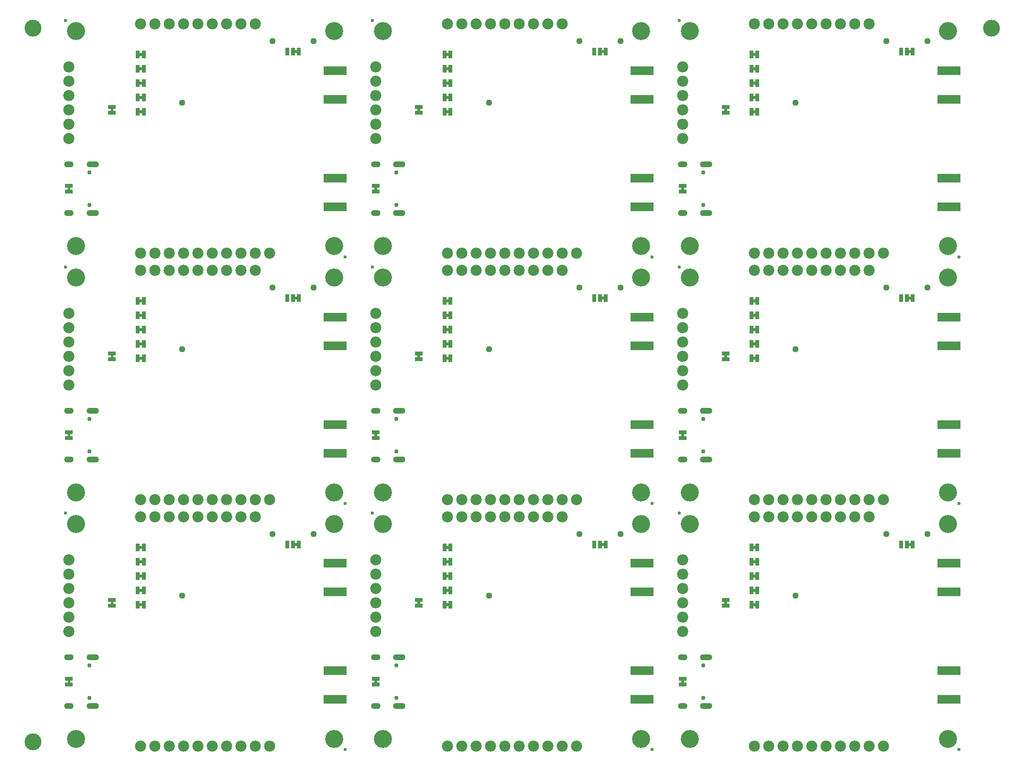
<source format=gbs>
%TF.GenerationSoftware,KiCad,Pcbnew,8.0.7*%
%TF.CreationDate,2025-04-01T11:43:10-06:00*%
%TF.ProjectId,SparkFun_GNSS_LG580P_panelized,53706172-6b46-4756-9e5f-474e53535f4c,rev?*%
%TF.SameCoordinates,Original*%
%TF.FileFunction,Soldermask,Bot*%
%TF.FilePolarity,Negative*%
%FSLAX46Y46*%
G04 Gerber Fmt 4.6, Leading zero omitted, Abs format (unit mm)*
G04 Created by KiCad (PCBNEW 8.0.7) date 2025-04-01 11:43:10*
%MOMM*%
%LPD*%
G01*
G04 APERTURE LIST*
G04 Aperture macros list*
%AMRoundRect*
0 Rectangle with rounded corners*
0 $1 Rounding radius*
0 $2 $3 $4 $5 $6 $7 $8 $9 X,Y pos of 4 corners*
0 Add a 4 corners polygon primitive as box body*
4,1,4,$2,$3,$4,$5,$6,$7,$8,$9,$2,$3,0*
0 Add four circle primitives for the rounded corners*
1,1,$1+$1,$2,$3*
1,1,$1+$1,$4,$5*
1,1,$1+$1,$6,$7*
1,1,$1+$1,$8,$9*
0 Add four rect primitives between the rounded corners*
20,1,$1+$1,$2,$3,$4,$5,0*
20,1,$1+$1,$4,$5,$6,$7,0*
20,1,$1+$1,$6,$7,$8,$9,0*
20,1,$1+$1,$8,$9,$2,$3,0*%
G04 Aperture macros list end*
%ADD10C,0.000000*%
%ADD11C,3.000000*%
%ADD12RoundRect,0.050000X-0.330200X-0.635000X0.330200X-0.635000X0.330200X0.635000X-0.330200X0.635000X0*%
%ADD13RoundRect,0.558000X0.000010X0.000010X-0.000010X0.000010X-0.000010X-0.000010X0.000010X-0.000010X0*%
%ADD14C,0.600000*%
%ADD15RoundRect,0.050000X0.635000X-0.330200X0.635000X0.330200X-0.635000X0.330200X-0.635000X-0.330200X0*%
%ADD16RoundRect,0.558000X0.000010X-0.000010X0.000010X0.000010X-0.000010X0.000010X-0.000010X-0.000010X0*%
%ADD17RoundRect,0.050000X-0.635000X0.330200X-0.635000X-0.330200X0.635000X-0.330200X0.635000X0.330200X0*%
%ADD18RoundRect,0.050000X0.330200X0.635000X-0.330200X0.635000X-0.330200X-0.635000X0.330200X-0.635000X0*%
%ADD19C,3.200000*%
%ADD20RoundRect,0.050000X-2.000000X0.750000X-2.000000X-0.750000X2.000000X-0.750000X2.000000X0.750000X0*%
%ADD21C,1.979600*%
%ADD22C,0.750000*%
%ADD23O,1.700000X1.100000*%
%ADD24O,2.200000X1.100000*%
G04 APERTURE END LIST*
D10*
%TO.C,JP5*%
G36*
X122920000Y116012000D02*
G01*
X122412000Y116012000D01*
X122412000Y116493000D01*
X122920000Y116493000D01*
X122920000Y116012000D01*
G37*
G36*
X122920000Y72332000D02*
G01*
X122412000Y72332000D01*
X122412000Y72813000D01*
X122920000Y72813000D01*
X122920000Y72332000D01*
G37*
G36*
X122920000Y28652000D02*
G01*
X122412000Y28652000D01*
X122412000Y29133000D01*
X122920000Y29133000D01*
X122920000Y28652000D01*
G37*
G36*
X68572000Y116012000D02*
G01*
X68064000Y116012000D01*
X68064000Y116493000D01*
X68572000Y116493000D01*
X68572000Y116012000D01*
G37*
G36*
X68572000Y72332000D02*
G01*
X68064000Y72332000D01*
X68064000Y72813000D01*
X68572000Y72813000D01*
X68572000Y72332000D01*
G37*
G36*
X68572000Y28652000D02*
G01*
X68064000Y28652000D01*
X68064000Y29133000D01*
X68572000Y29133000D01*
X68572000Y28652000D01*
G37*
G36*
X14224000Y116012000D02*
G01*
X13716000Y116012000D01*
X13716000Y116493000D01*
X14224000Y116493000D01*
X14224000Y116012000D01*
G37*
G36*
X14224000Y72332000D02*
G01*
X13716000Y72332000D01*
X13716000Y72813000D01*
X14224000Y72813000D01*
X14224000Y72332000D01*
G37*
%TO.C,JP6*%
G36*
X122920000Y113472000D02*
G01*
X122412000Y113472000D01*
X122412000Y113953000D01*
X122920000Y113953000D01*
X122920000Y113472000D01*
G37*
G36*
X122920000Y69792000D02*
G01*
X122412000Y69792000D01*
X122412000Y70273000D01*
X122920000Y70273000D01*
X122920000Y69792000D01*
G37*
G36*
X122920000Y26112000D02*
G01*
X122412000Y26112000D01*
X122412000Y26593000D01*
X122920000Y26593000D01*
X122920000Y26112000D01*
G37*
G36*
X68572000Y113472000D02*
G01*
X68064000Y113472000D01*
X68064000Y113953000D01*
X68572000Y113953000D01*
X68572000Y113472000D01*
G37*
G36*
X68572000Y69792000D02*
G01*
X68064000Y69792000D01*
X68064000Y70273000D01*
X68572000Y70273000D01*
X68572000Y69792000D01*
G37*
G36*
X68572000Y26112000D02*
G01*
X68064000Y26112000D01*
X68064000Y26593000D01*
X68572000Y26593000D01*
X68572000Y26112000D01*
G37*
G36*
X14224000Y113472000D02*
G01*
X13716000Y113472000D01*
X13716000Y113953000D01*
X14224000Y113953000D01*
X14224000Y113472000D01*
G37*
G36*
X14224000Y69792000D02*
G01*
X13716000Y69792000D01*
X13716000Y70273000D01*
X14224000Y70273000D01*
X14224000Y69792000D01*
G37*
%TO.C,JP2*%
G36*
X122920000Y123632000D02*
G01*
X122412000Y123632000D01*
X122412000Y124113000D01*
X122920000Y124113000D01*
X122920000Y123632000D01*
G37*
G36*
X122920000Y79952000D02*
G01*
X122412000Y79952000D01*
X122412000Y80433000D01*
X122920000Y80433000D01*
X122920000Y79952000D01*
G37*
G36*
X122920000Y36272000D02*
G01*
X122412000Y36272000D01*
X122412000Y36753000D01*
X122920000Y36753000D01*
X122920000Y36272000D01*
G37*
G36*
X68572000Y123632000D02*
G01*
X68064000Y123632000D01*
X68064000Y124113000D01*
X68572000Y124113000D01*
X68572000Y123632000D01*
G37*
G36*
X68572000Y79952000D02*
G01*
X68064000Y79952000D01*
X68064000Y80433000D01*
X68572000Y80433000D01*
X68572000Y79952000D01*
G37*
G36*
X68572000Y36272000D02*
G01*
X68064000Y36272000D01*
X68064000Y36753000D01*
X68572000Y36753000D01*
X68572000Y36272000D01*
G37*
G36*
X14224000Y123632000D02*
G01*
X13716000Y123632000D01*
X13716000Y124113000D01*
X14224000Y124113000D01*
X14224000Y123632000D01*
G37*
G36*
X14224000Y79952000D02*
G01*
X13716000Y79952000D01*
X13716000Y80433000D01*
X14224000Y80433000D01*
X14224000Y79952000D01*
G37*
%TO.C,JP1*%
G36*
X117826500Y113776000D02*
G01*
X117345500Y113776000D01*
X117345500Y114284000D01*
X117826500Y114284000D01*
X117826500Y113776000D01*
G37*
G36*
X117826500Y70096000D02*
G01*
X117345500Y70096000D01*
X117345500Y70604000D01*
X117826500Y70604000D01*
X117826500Y70096000D01*
G37*
G36*
X117826500Y26416000D02*
G01*
X117345500Y26416000D01*
X117345500Y26924000D01*
X117826500Y26924000D01*
X117826500Y26416000D01*
G37*
G36*
X63478500Y113776000D02*
G01*
X62997500Y113776000D01*
X62997500Y114284000D01*
X63478500Y114284000D01*
X63478500Y113776000D01*
G37*
G36*
X63478500Y70096000D02*
G01*
X62997500Y70096000D01*
X62997500Y70604000D01*
X63478500Y70604000D01*
X63478500Y70096000D01*
G37*
G36*
X63478500Y26416000D02*
G01*
X62997500Y26416000D01*
X62997500Y26924000D01*
X63478500Y26924000D01*
X63478500Y26416000D01*
G37*
G36*
X9130500Y113776000D02*
G01*
X8649500Y113776000D01*
X8649500Y114284000D01*
X9130500Y114284000D01*
X9130500Y113776000D01*
G37*
G36*
X9130500Y70096000D02*
G01*
X8649500Y70096000D01*
X8649500Y70604000D01*
X9130500Y70604000D01*
X9130500Y70096000D01*
G37*
%TO.C,JP8*%
G36*
X122920000Y118552000D02*
G01*
X122412000Y118552000D01*
X122412000Y119033000D01*
X122920000Y119033000D01*
X122920000Y118552000D01*
G37*
G36*
X122920000Y74872000D02*
G01*
X122412000Y74872000D01*
X122412000Y75353000D01*
X122920000Y75353000D01*
X122920000Y74872000D01*
G37*
G36*
X122920000Y31192000D02*
G01*
X122412000Y31192000D01*
X122412000Y31673000D01*
X122920000Y31673000D01*
X122920000Y31192000D01*
G37*
G36*
X68572000Y118552000D02*
G01*
X68064000Y118552000D01*
X68064000Y119033000D01*
X68572000Y119033000D01*
X68572000Y118552000D01*
G37*
G36*
X68572000Y74872000D02*
G01*
X68064000Y74872000D01*
X68064000Y75353000D01*
X68572000Y75353000D01*
X68572000Y74872000D01*
G37*
G36*
X68572000Y31192000D02*
G01*
X68064000Y31192000D01*
X68064000Y31673000D01*
X68572000Y31673000D01*
X68572000Y31192000D01*
G37*
G36*
X14224000Y118552000D02*
G01*
X13716000Y118552000D01*
X13716000Y119033000D01*
X14224000Y119033000D01*
X14224000Y118552000D01*
G37*
G36*
X14224000Y74872000D02*
G01*
X13716000Y74872000D01*
X13716000Y75353000D01*
X14224000Y75353000D01*
X14224000Y74872000D01*
G37*
%TO.C,JP7*%
G36*
X110202750Y99806000D02*
G01*
X109721750Y99806000D01*
X109721750Y100314000D01*
X110202750Y100314000D01*
X110202750Y99806000D01*
G37*
G36*
X110202750Y56126000D02*
G01*
X109721750Y56126000D01*
X109721750Y56634000D01*
X110202750Y56634000D01*
X110202750Y56126000D01*
G37*
G36*
X110202750Y12446000D02*
G01*
X109721750Y12446000D01*
X109721750Y12954000D01*
X110202750Y12954000D01*
X110202750Y12446000D01*
G37*
G36*
X55854750Y99806000D02*
G01*
X55373750Y99806000D01*
X55373750Y100314000D01*
X55854750Y100314000D01*
X55854750Y99806000D01*
G37*
G36*
X55854750Y56126000D02*
G01*
X55373750Y56126000D01*
X55373750Y56634000D01*
X55854750Y56634000D01*
X55854750Y56126000D01*
G37*
G36*
X55854750Y12446000D02*
G01*
X55373750Y12446000D01*
X55373750Y12954000D01*
X55854750Y12954000D01*
X55854750Y12446000D01*
G37*
G36*
X1506750Y99806000D02*
G01*
X1025750Y99806000D01*
X1025750Y100314000D01*
X1506750Y100314000D01*
X1506750Y99806000D01*
G37*
G36*
X1506750Y56126000D02*
G01*
X1025750Y56126000D01*
X1025750Y56634000D01*
X1506750Y56634000D01*
X1506750Y56126000D01*
G37*
%TO.C,JP3*%
G36*
X122920000Y121092000D02*
G01*
X122412000Y121092000D01*
X122412000Y121573000D01*
X122920000Y121573000D01*
X122920000Y121092000D01*
G37*
G36*
X122920000Y77412000D02*
G01*
X122412000Y77412000D01*
X122412000Y77893000D01*
X122920000Y77893000D01*
X122920000Y77412000D01*
G37*
G36*
X122920000Y33732000D02*
G01*
X122412000Y33732000D01*
X122412000Y34213000D01*
X122920000Y34213000D01*
X122920000Y33732000D01*
G37*
G36*
X68572000Y121092000D02*
G01*
X68064000Y121092000D01*
X68064000Y121573000D01*
X68572000Y121573000D01*
X68572000Y121092000D01*
G37*
G36*
X68572000Y77412000D02*
G01*
X68064000Y77412000D01*
X68064000Y77893000D01*
X68572000Y77893000D01*
X68572000Y77412000D01*
G37*
G36*
X68572000Y33732000D02*
G01*
X68064000Y33732000D01*
X68064000Y34213000D01*
X68572000Y34213000D01*
X68572000Y33732000D01*
G37*
G36*
X14224000Y121092000D02*
G01*
X13716000Y121092000D01*
X13716000Y121573000D01*
X14224000Y121573000D01*
X14224000Y121092000D01*
G37*
G36*
X14224000Y77412000D02*
G01*
X13716000Y77412000D01*
X13716000Y77893000D01*
X14224000Y77893000D01*
X14224000Y77412000D01*
G37*
%TO.C,JP4*%
G36*
X150428200Y124108250D02*
G01*
X149920200Y124108250D01*
X149920200Y124589250D01*
X150428200Y124589250D01*
X150428200Y124108250D01*
G37*
G36*
X150428200Y80428250D02*
G01*
X149920200Y80428250D01*
X149920200Y80909250D01*
X150428200Y80909250D01*
X150428200Y80428250D01*
G37*
G36*
X150428200Y36748250D02*
G01*
X149920200Y36748250D01*
X149920200Y37229250D01*
X150428200Y37229250D01*
X150428200Y36748250D01*
G37*
G36*
X96080200Y124108250D02*
G01*
X95572200Y124108250D01*
X95572200Y124589250D01*
X96080200Y124589250D01*
X96080200Y124108250D01*
G37*
G36*
X96080200Y80428250D02*
G01*
X95572200Y80428250D01*
X95572200Y80909250D01*
X96080200Y80909250D01*
X96080200Y80428250D01*
G37*
G36*
X96080200Y36748250D02*
G01*
X95572200Y36748250D01*
X95572200Y37229250D01*
X96080200Y37229250D01*
X96080200Y36748250D01*
G37*
G36*
X41732200Y124108250D02*
G01*
X41224200Y124108250D01*
X41224200Y124589250D01*
X41732200Y124589250D01*
X41732200Y124108250D01*
G37*
G36*
X41732200Y80428250D02*
G01*
X41224200Y80428250D01*
X41224200Y80909250D01*
X41732200Y80909250D01*
X41732200Y80428250D01*
G37*
G36*
X41732200Y36748250D02*
G01*
X41224200Y36748250D01*
X41224200Y37229250D01*
X41732200Y37229250D01*
X41732200Y36748250D01*
G37*
%TO.C,JP3*%
G36*
X14224000Y33732000D02*
G01*
X13716000Y33732000D01*
X13716000Y34213000D01*
X14224000Y34213000D01*
X14224000Y33732000D01*
G37*
%TO.C,JP7*%
G36*
X1506750Y12446000D02*
G01*
X1025750Y12446000D01*
X1025750Y12954000D01*
X1506750Y12954000D01*
X1506750Y12446000D01*
G37*
%TO.C,JP8*%
G36*
X14224000Y31192000D02*
G01*
X13716000Y31192000D01*
X13716000Y31673000D01*
X14224000Y31673000D01*
X14224000Y31192000D01*
G37*
%TO.C,JP1*%
G36*
X9130500Y26416000D02*
G01*
X8649500Y26416000D01*
X8649500Y26924000D01*
X9130500Y26924000D01*
X9130500Y26416000D01*
G37*
%TO.C,JP2*%
G36*
X14224000Y36272000D02*
G01*
X13716000Y36272000D01*
X13716000Y36753000D01*
X14224000Y36753000D01*
X14224000Y36272000D01*
G37*
%TO.C,JP6*%
G36*
X14224000Y26112000D02*
G01*
X13716000Y26112000D01*
X13716000Y26593000D01*
X14224000Y26593000D01*
X14224000Y26112000D01*
G37*
%TO.C,JP5*%
G36*
X14224000Y28652000D02*
G01*
X13716000Y28652000D01*
X13716000Y29133000D01*
X14224000Y29133000D01*
X14224000Y28652000D01*
G37*
%TD*%
D11*
%TO.C,*%
X164631500Y128540000D03*
%TD*%
%TO.C,*%
X-5135500Y128540000D03*
%TD*%
%TO.C,*%
X-5135500Y2000000D03*
%TD*%
D12*
%TO.C,JP5*%
X122145300Y116252500D03*
X123186700Y116252500D03*
%TD*%
%TO.C,JP5*%
X122145300Y72572500D03*
X123186700Y72572500D03*
%TD*%
%TO.C,JP5*%
X122145300Y28892500D03*
X123186700Y28892500D03*
%TD*%
%TO.C,JP5*%
X67797300Y116252500D03*
X68838700Y116252500D03*
%TD*%
%TO.C,JP5*%
X67797300Y72572500D03*
X68838700Y72572500D03*
%TD*%
%TO.C,JP5*%
X67797300Y28892500D03*
X68838700Y28892500D03*
%TD*%
%TO.C,JP5*%
X13449300Y116252500D03*
X14490700Y116252500D03*
%TD*%
%TO.C,JP5*%
X13449300Y72572500D03*
X14490700Y72572500D03*
%TD*%
%TO.C,JP6*%
X122145300Y113712500D03*
X123186700Y113712500D03*
%TD*%
%TO.C,JP6*%
X122145300Y70032500D03*
X123186700Y70032500D03*
%TD*%
%TO.C,JP6*%
X122145300Y26352500D03*
X123186700Y26352500D03*
%TD*%
%TO.C,JP6*%
X67797300Y113712500D03*
X68838700Y113712500D03*
%TD*%
%TO.C,JP6*%
X67797300Y70032500D03*
X68838700Y70032500D03*
%TD*%
%TO.C,JP6*%
X67797300Y26352500D03*
X68838700Y26352500D03*
%TD*%
%TO.C,JP6*%
X13449300Y113712500D03*
X14490700Y113712500D03*
%TD*%
%TO.C,JP6*%
X13449300Y70032500D03*
X14490700Y70032500D03*
%TD*%
D13*
%TO.C,TP1*%
X129968500Y115300000D03*
%TD*%
%TO.C,TP1*%
X129968500Y71620000D03*
%TD*%
%TO.C,TP1*%
X129968500Y27940000D03*
%TD*%
%TO.C,TP1*%
X75620500Y115300000D03*
%TD*%
%TO.C,TP1*%
X75620500Y71620000D03*
%TD*%
%TO.C,TP1*%
X75620500Y27940000D03*
%TD*%
%TO.C,TP1*%
X21272500Y115300000D03*
%TD*%
%TO.C,TP1*%
X21272500Y71620000D03*
%TD*%
D12*
%TO.C,JP2*%
X122145300Y123872500D03*
X123186700Y123872500D03*
%TD*%
%TO.C,JP2*%
X122145300Y80192500D03*
X123186700Y80192500D03*
%TD*%
%TO.C,JP2*%
X122145300Y36512500D03*
X123186700Y36512500D03*
%TD*%
%TO.C,JP2*%
X67797300Y123872500D03*
X68838700Y123872500D03*
%TD*%
%TO.C,JP2*%
X67797300Y80192500D03*
X68838700Y80192500D03*
%TD*%
%TO.C,JP2*%
X67797300Y36512500D03*
X68838700Y36512500D03*
%TD*%
%TO.C,JP2*%
X13449300Y123872500D03*
X14490700Y123872500D03*
%TD*%
%TO.C,JP2*%
X13449300Y80192500D03*
X14490700Y80192500D03*
%TD*%
D13*
%TO.C,TP2*%
X146002250Y126253750D03*
%TD*%
%TO.C,TP2*%
X146002250Y82573750D03*
%TD*%
%TO.C,TP2*%
X146002250Y38893750D03*
%TD*%
%TO.C,TP2*%
X91654250Y126253750D03*
%TD*%
%TO.C,TP2*%
X91654250Y82573750D03*
%TD*%
%TO.C,TP2*%
X91654250Y38893750D03*
%TD*%
%TO.C,TP2*%
X37306250Y126253750D03*
%TD*%
%TO.C,TP2*%
X37306250Y82573750D03*
%TD*%
D14*
%TO.C,FID1*%
X158861000Y87995000D03*
%TD*%
%TO.C,FID1*%
X158861000Y44315000D03*
%TD*%
%TO.C,FID1*%
X158861000Y635000D03*
%TD*%
%TO.C,FID1*%
X104513000Y87995000D03*
%TD*%
%TO.C,FID1*%
X104513000Y44315000D03*
%TD*%
%TO.C,FID1*%
X104513000Y635000D03*
%TD*%
%TO.C,FID1*%
X50165000Y87995000D03*
%TD*%
%TO.C,FID1*%
X50165000Y44315000D03*
%TD*%
%TO.C,FID2*%
X109331000Y129905000D03*
%TD*%
%TO.C,FID2*%
X109331000Y86225000D03*
%TD*%
%TO.C,FID2*%
X109331000Y42545000D03*
%TD*%
%TO.C,FID2*%
X54983000Y129905000D03*
%TD*%
%TO.C,FID2*%
X54983000Y86225000D03*
%TD*%
%TO.C,FID2*%
X54983000Y42545000D03*
%TD*%
%TO.C,FID2*%
X635000Y129905000D03*
%TD*%
%TO.C,FID2*%
X635000Y86225000D03*
%TD*%
D15*
%TO.C,JP1*%
X117586000Y113509300D03*
X117586000Y114550700D03*
%TD*%
%TO.C,JP1*%
X117586000Y69829300D03*
X117586000Y70870700D03*
%TD*%
%TO.C,JP1*%
X117586000Y26149300D03*
X117586000Y27190700D03*
%TD*%
%TO.C,JP1*%
X63238000Y113509300D03*
X63238000Y114550700D03*
%TD*%
%TO.C,JP1*%
X63238000Y69829300D03*
X63238000Y70870700D03*
%TD*%
%TO.C,JP1*%
X63238000Y26149300D03*
X63238000Y27190700D03*
%TD*%
%TO.C,JP1*%
X8890000Y113509300D03*
X8890000Y114550700D03*
%TD*%
%TO.C,JP1*%
X8890000Y69829300D03*
X8890000Y70870700D03*
%TD*%
D16*
%TO.C,TP3*%
X153304750Y126253750D03*
%TD*%
%TO.C,TP3*%
X153304750Y82573750D03*
%TD*%
%TO.C,TP3*%
X153304750Y38893750D03*
%TD*%
%TO.C,TP3*%
X98956750Y126253750D03*
%TD*%
%TO.C,TP3*%
X98956750Y82573750D03*
%TD*%
%TO.C,TP3*%
X98956750Y38893750D03*
%TD*%
%TO.C,TP3*%
X44608750Y126253750D03*
%TD*%
%TO.C,TP3*%
X44608750Y82573750D03*
%TD*%
D12*
%TO.C,JP8*%
X122145300Y118792500D03*
X123186700Y118792500D03*
%TD*%
%TO.C,JP8*%
X122145300Y75112500D03*
X123186700Y75112500D03*
%TD*%
%TO.C,JP8*%
X122145300Y31432500D03*
X123186700Y31432500D03*
%TD*%
%TO.C,JP8*%
X67797300Y118792500D03*
X68838700Y118792500D03*
%TD*%
%TO.C,JP8*%
X67797300Y75112500D03*
X68838700Y75112500D03*
%TD*%
%TO.C,JP8*%
X67797300Y31432500D03*
X68838700Y31432500D03*
%TD*%
%TO.C,JP8*%
X13449300Y118792500D03*
X14490700Y118792500D03*
%TD*%
%TO.C,JP8*%
X13449300Y75112500D03*
X14490700Y75112500D03*
%TD*%
D17*
%TO.C,JP7*%
X109962250Y100580700D03*
X109962250Y99539300D03*
%TD*%
%TO.C,JP7*%
X109962250Y56900700D03*
X109962250Y55859300D03*
%TD*%
%TO.C,JP7*%
X109962250Y13220700D03*
X109962250Y12179300D03*
%TD*%
%TO.C,JP7*%
X55614250Y100580700D03*
X55614250Y99539300D03*
%TD*%
%TO.C,JP7*%
X55614250Y56900700D03*
X55614250Y55859300D03*
%TD*%
%TO.C,JP7*%
X55614250Y13220700D03*
X55614250Y12179300D03*
%TD*%
%TO.C,JP7*%
X1266250Y100580700D03*
X1266250Y99539300D03*
%TD*%
%TO.C,JP7*%
X1266250Y56900700D03*
X1266250Y55859300D03*
%TD*%
D12*
%TO.C,JP3*%
X122145300Y121332500D03*
X123186700Y121332500D03*
%TD*%
%TO.C,JP3*%
X122145300Y77652500D03*
X123186700Y77652500D03*
%TD*%
%TO.C,JP3*%
X122145300Y33972500D03*
X123186700Y33972500D03*
%TD*%
%TO.C,JP3*%
X67797300Y121332500D03*
X68838700Y121332500D03*
%TD*%
%TO.C,JP3*%
X67797300Y77652500D03*
X68838700Y77652500D03*
%TD*%
%TO.C,JP3*%
X67797300Y33972500D03*
X68838700Y33972500D03*
%TD*%
%TO.C,JP3*%
X13449300Y121332500D03*
X14490700Y121332500D03*
%TD*%
%TO.C,JP3*%
X13449300Y77652500D03*
X14490700Y77652500D03*
%TD*%
D18*
%TO.C,JP4*%
X150694900Y124348750D03*
X149653500Y124348750D03*
D12*
X148612100Y124348750D03*
%TD*%
D18*
%TO.C,JP4*%
X150694900Y80668750D03*
X149653500Y80668750D03*
D12*
X148612100Y80668750D03*
%TD*%
D18*
%TO.C,JP4*%
X150694900Y36988750D03*
X149653500Y36988750D03*
D12*
X148612100Y36988750D03*
%TD*%
D18*
%TO.C,JP4*%
X96346900Y124348750D03*
X95305500Y124348750D03*
D12*
X94264100Y124348750D03*
%TD*%
D18*
%TO.C,JP4*%
X96346900Y80668750D03*
X95305500Y80668750D03*
D12*
X94264100Y80668750D03*
%TD*%
D18*
%TO.C,JP4*%
X96346900Y36988750D03*
X95305500Y36988750D03*
D12*
X94264100Y36988750D03*
%TD*%
D18*
%TO.C,JP4*%
X41998900Y124348750D03*
X40957500Y124348750D03*
D12*
X39916100Y124348750D03*
%TD*%
D18*
%TO.C,JP4*%
X41998900Y80668750D03*
X40957500Y80668750D03*
D12*
X39916100Y80668750D03*
%TD*%
D19*
%TO.C,ST4*%
X111236000Y89900000D03*
%TD*%
%TO.C,ST4*%
X111236000Y46220000D03*
%TD*%
%TO.C,ST4*%
X111236000Y2540000D03*
%TD*%
%TO.C,ST4*%
X56888000Y89900000D03*
%TD*%
%TO.C,ST4*%
X56888000Y46220000D03*
%TD*%
%TO.C,ST4*%
X56888000Y2540000D03*
%TD*%
%TO.C,ST4*%
X2540000Y89900000D03*
%TD*%
%TO.C,ST4*%
X2540000Y46220000D03*
%TD*%
%TO.C,ST3*%
X111236000Y128000000D03*
%TD*%
%TO.C,ST3*%
X111236000Y84320000D03*
%TD*%
%TO.C,ST3*%
X111236000Y40640000D03*
%TD*%
%TO.C,ST3*%
X56888000Y128000000D03*
%TD*%
%TO.C,ST3*%
X56888000Y84320000D03*
%TD*%
%TO.C,ST3*%
X56888000Y40640000D03*
%TD*%
%TO.C,ST3*%
X2540000Y128000000D03*
%TD*%
%TO.C,ST3*%
X2540000Y84320000D03*
%TD*%
D20*
%TO.C,J3*%
X157114750Y101965000D03*
X157114750Y96885000D03*
%TD*%
%TO.C,J3*%
X157114750Y58285000D03*
X157114750Y53205000D03*
%TD*%
%TO.C,J3*%
X157114750Y14605000D03*
X157114750Y9525000D03*
%TD*%
%TO.C,J3*%
X102766750Y101965000D03*
X102766750Y96885000D03*
%TD*%
%TO.C,J3*%
X102766750Y58285000D03*
X102766750Y53205000D03*
%TD*%
%TO.C,J3*%
X102766750Y14605000D03*
X102766750Y9525000D03*
%TD*%
%TO.C,J3*%
X48418750Y101965000D03*
X48418750Y96885000D03*
%TD*%
%TO.C,J3*%
X48418750Y58285000D03*
X48418750Y53205000D03*
%TD*%
D21*
%TO.C,J10*%
X132826000Y88630000D03*
X135366000Y88630000D03*
X137906000Y88630000D03*
X140446000Y88630000D03*
X142986000Y88630000D03*
X145526000Y88630000D03*
%TD*%
%TO.C,J10*%
X132826000Y44950000D03*
X135366000Y44950000D03*
X137906000Y44950000D03*
X140446000Y44950000D03*
X142986000Y44950000D03*
X145526000Y44950000D03*
%TD*%
%TO.C,J10*%
X132826000Y1270000D03*
X135366000Y1270000D03*
X137906000Y1270000D03*
X140446000Y1270000D03*
X142986000Y1270000D03*
X145526000Y1270000D03*
%TD*%
%TO.C,J10*%
X78478000Y88630000D03*
X81018000Y88630000D03*
X83558000Y88630000D03*
X86098000Y88630000D03*
X88638000Y88630000D03*
X91178000Y88630000D03*
%TD*%
%TO.C,J10*%
X78478000Y44950000D03*
X81018000Y44950000D03*
X83558000Y44950000D03*
X86098000Y44950000D03*
X88638000Y44950000D03*
X91178000Y44950000D03*
%TD*%
%TO.C,J10*%
X78478000Y1270000D03*
X81018000Y1270000D03*
X83558000Y1270000D03*
X86098000Y1270000D03*
X88638000Y1270000D03*
X91178000Y1270000D03*
%TD*%
%TO.C,J10*%
X24130000Y88630000D03*
X26670000Y88630000D03*
X29210000Y88630000D03*
X31750000Y88630000D03*
X34290000Y88630000D03*
X36830000Y88630000D03*
%TD*%
%TO.C,J10*%
X24130000Y44950000D03*
X26670000Y44950000D03*
X29210000Y44950000D03*
X31750000Y44950000D03*
X34290000Y44950000D03*
X36830000Y44950000D03*
%TD*%
D19*
%TO.C,ST1*%
X156956000Y128000000D03*
%TD*%
%TO.C,ST1*%
X156956000Y84320000D03*
%TD*%
%TO.C,ST1*%
X156956000Y40640000D03*
%TD*%
%TO.C,ST1*%
X102608000Y128000000D03*
%TD*%
%TO.C,ST1*%
X102608000Y84320000D03*
%TD*%
%TO.C,ST1*%
X102608000Y40640000D03*
%TD*%
%TO.C,ST1*%
X48260000Y128000000D03*
%TD*%
%TO.C,ST1*%
X48260000Y84320000D03*
%TD*%
D21*
%TO.C,J9*%
X122666000Y88630000D03*
X125206000Y88630000D03*
X127746000Y88630000D03*
X130286000Y88630000D03*
%TD*%
%TO.C,J9*%
X122666000Y44950000D03*
X125206000Y44950000D03*
X127746000Y44950000D03*
X130286000Y44950000D03*
%TD*%
%TO.C,J9*%
X122666000Y1270000D03*
X125206000Y1270000D03*
X127746000Y1270000D03*
X130286000Y1270000D03*
%TD*%
%TO.C,J9*%
X68318000Y88630000D03*
X70858000Y88630000D03*
X73398000Y88630000D03*
X75938000Y88630000D03*
%TD*%
%TO.C,J9*%
X68318000Y44950000D03*
X70858000Y44950000D03*
X73398000Y44950000D03*
X75938000Y44950000D03*
%TD*%
%TO.C,J9*%
X68318000Y1270000D03*
X70858000Y1270000D03*
X73398000Y1270000D03*
X75938000Y1270000D03*
%TD*%
%TO.C,J9*%
X13970000Y88630000D03*
X16510000Y88630000D03*
X19050000Y88630000D03*
X21590000Y88630000D03*
%TD*%
%TO.C,J9*%
X13970000Y44950000D03*
X16510000Y44950000D03*
X19050000Y44950000D03*
X21590000Y44950000D03*
%TD*%
D20*
%TO.C,J5*%
X157114750Y121015000D03*
X157114750Y115935000D03*
%TD*%
%TO.C,J5*%
X157114750Y77335000D03*
X157114750Y72255000D03*
%TD*%
%TO.C,J5*%
X157114750Y33655000D03*
X157114750Y28575000D03*
%TD*%
%TO.C,J5*%
X102766750Y121015000D03*
X102766750Y115935000D03*
%TD*%
%TO.C,J5*%
X102766750Y77335000D03*
X102766750Y72255000D03*
%TD*%
%TO.C,J5*%
X102766750Y33655000D03*
X102766750Y28575000D03*
%TD*%
%TO.C,J5*%
X48418750Y121015000D03*
X48418750Y115935000D03*
%TD*%
%TO.C,J5*%
X48418750Y77335000D03*
X48418750Y72255000D03*
%TD*%
D21*
%TO.C,J6*%
X142986000Y129270000D03*
X140446000Y129270000D03*
X137906000Y129270000D03*
X135366000Y129270000D03*
X132826000Y129270000D03*
X130286000Y129270000D03*
X127746000Y129270000D03*
X125206000Y129270000D03*
X122666000Y129270000D03*
%TD*%
%TO.C,J6*%
X142986000Y85590000D03*
X140446000Y85590000D03*
X137906000Y85590000D03*
X135366000Y85590000D03*
X132826000Y85590000D03*
X130286000Y85590000D03*
X127746000Y85590000D03*
X125206000Y85590000D03*
X122666000Y85590000D03*
%TD*%
%TO.C,J6*%
X142986000Y41910000D03*
X140446000Y41910000D03*
X137906000Y41910000D03*
X135366000Y41910000D03*
X132826000Y41910000D03*
X130286000Y41910000D03*
X127746000Y41910000D03*
X125206000Y41910000D03*
X122666000Y41910000D03*
%TD*%
%TO.C,J6*%
X88638000Y129270000D03*
X86098000Y129270000D03*
X83558000Y129270000D03*
X81018000Y129270000D03*
X78478000Y129270000D03*
X75938000Y129270000D03*
X73398000Y129270000D03*
X70858000Y129270000D03*
X68318000Y129270000D03*
%TD*%
%TO.C,J6*%
X88638000Y85590000D03*
X86098000Y85590000D03*
X83558000Y85590000D03*
X81018000Y85590000D03*
X78478000Y85590000D03*
X75938000Y85590000D03*
X73398000Y85590000D03*
X70858000Y85590000D03*
X68318000Y85590000D03*
%TD*%
%TO.C,J6*%
X88638000Y41910000D03*
X86098000Y41910000D03*
X83558000Y41910000D03*
X81018000Y41910000D03*
X78478000Y41910000D03*
X75938000Y41910000D03*
X73398000Y41910000D03*
X70858000Y41910000D03*
X68318000Y41910000D03*
%TD*%
%TO.C,J6*%
X34290000Y129270000D03*
X31750000Y129270000D03*
X29210000Y129270000D03*
X26670000Y129270000D03*
X24130000Y129270000D03*
X21590000Y129270000D03*
X19050000Y129270000D03*
X16510000Y129270000D03*
X13970000Y129270000D03*
%TD*%
%TO.C,J6*%
X34290000Y85590000D03*
X31750000Y85590000D03*
X29210000Y85590000D03*
X26670000Y85590000D03*
X24130000Y85590000D03*
X21590000Y85590000D03*
X19050000Y85590000D03*
X16510000Y85590000D03*
X13970000Y85590000D03*
%TD*%
D19*
%TO.C,ST2*%
X156956000Y89900000D03*
%TD*%
%TO.C,ST2*%
X156956000Y46220000D03*
%TD*%
%TO.C,ST2*%
X156956000Y2540000D03*
%TD*%
%TO.C,ST2*%
X102608000Y89900000D03*
%TD*%
%TO.C,ST2*%
X102608000Y46220000D03*
%TD*%
%TO.C,ST2*%
X102608000Y2540000D03*
%TD*%
%TO.C,ST2*%
X48260000Y89900000D03*
%TD*%
%TO.C,ST2*%
X48260000Y46220000D03*
%TD*%
D22*
%TO.C,J1*%
X113601000Y102950000D03*
X113601000Y97170000D03*
D23*
X109951000Y104378000D03*
D24*
X114131000Y104378000D03*
X114131000Y95742000D03*
D23*
X109951000Y95742000D03*
%TD*%
D22*
%TO.C,J1*%
X113601000Y59270000D03*
X113601000Y53490000D03*
D23*
X109951000Y60698000D03*
D24*
X114131000Y60698000D03*
X114131000Y52062000D03*
D23*
X109951000Y52062000D03*
%TD*%
D22*
%TO.C,J1*%
X113601000Y15590000D03*
X113601000Y9810000D03*
D23*
X109951000Y17018000D03*
D24*
X114131000Y17018000D03*
X114131000Y8382000D03*
D23*
X109951000Y8382000D03*
%TD*%
D22*
%TO.C,J1*%
X59253000Y102950000D03*
X59253000Y97170000D03*
D23*
X55603000Y104378000D03*
D24*
X59783000Y104378000D03*
X59783000Y95742000D03*
D23*
X55603000Y95742000D03*
%TD*%
D22*
%TO.C,J1*%
X59253000Y59270000D03*
X59253000Y53490000D03*
D23*
X55603000Y60698000D03*
D24*
X59783000Y60698000D03*
X59783000Y52062000D03*
D23*
X55603000Y52062000D03*
%TD*%
D22*
%TO.C,J1*%
X59253000Y15590000D03*
X59253000Y9810000D03*
D23*
X55603000Y17018000D03*
D24*
X59783000Y17018000D03*
X59783000Y8382000D03*
D23*
X55603000Y8382000D03*
%TD*%
D22*
%TO.C,J1*%
X4905000Y102950000D03*
X4905000Y97170000D03*
D23*
X1255000Y104378000D03*
D24*
X5435000Y104378000D03*
X5435000Y95742000D03*
D23*
X1255000Y95742000D03*
%TD*%
D22*
%TO.C,J1*%
X4905000Y59270000D03*
X4905000Y53490000D03*
D23*
X1255000Y60698000D03*
D24*
X5435000Y60698000D03*
X5435000Y52062000D03*
D23*
X1255000Y52062000D03*
%TD*%
D21*
%TO.C,J2*%
X109966000Y121650000D03*
X109966000Y119110000D03*
X109966000Y116570000D03*
X109966000Y114030000D03*
X109966000Y111490000D03*
X109966000Y108950000D03*
%TD*%
%TO.C,J2*%
X109966000Y77970000D03*
X109966000Y75430000D03*
X109966000Y72890000D03*
X109966000Y70350000D03*
X109966000Y67810000D03*
X109966000Y65270000D03*
%TD*%
%TO.C,J2*%
X109966000Y34290000D03*
X109966000Y31750000D03*
X109966000Y29210000D03*
X109966000Y26670000D03*
X109966000Y24130000D03*
X109966000Y21590000D03*
%TD*%
%TO.C,J2*%
X55618000Y121650000D03*
X55618000Y119110000D03*
X55618000Y116570000D03*
X55618000Y114030000D03*
X55618000Y111490000D03*
X55618000Y108950000D03*
%TD*%
%TO.C,J2*%
X55618000Y77970000D03*
X55618000Y75430000D03*
X55618000Y72890000D03*
X55618000Y70350000D03*
X55618000Y67810000D03*
X55618000Y65270000D03*
%TD*%
%TO.C,J2*%
X55618000Y34290000D03*
X55618000Y31750000D03*
X55618000Y29210000D03*
X55618000Y26670000D03*
X55618000Y24130000D03*
X55618000Y21590000D03*
%TD*%
%TO.C,J2*%
X1270000Y121650000D03*
X1270000Y119110000D03*
X1270000Y116570000D03*
X1270000Y114030000D03*
X1270000Y111490000D03*
X1270000Y108950000D03*
%TD*%
%TO.C,J2*%
X1270000Y77970000D03*
X1270000Y75430000D03*
X1270000Y72890000D03*
X1270000Y70350000D03*
X1270000Y67810000D03*
X1270000Y65270000D03*
%TD*%
%TO.C,J2*%
X1270000Y34290000D03*
X1270000Y31750000D03*
X1270000Y29210000D03*
X1270000Y26670000D03*
X1270000Y24130000D03*
X1270000Y21590000D03*
%TD*%
D22*
%TO.C,J1*%
X4905000Y15590000D03*
X4905000Y9810000D03*
D23*
X1255000Y17018000D03*
D24*
X5435000Y17018000D03*
X5435000Y8382000D03*
D23*
X1255000Y8382000D03*
%TD*%
D19*
%TO.C,ST2*%
X48260000Y2540000D03*
%TD*%
D21*
%TO.C,J6*%
X34290000Y41910000D03*
X31750000Y41910000D03*
X29210000Y41910000D03*
X26670000Y41910000D03*
X24130000Y41910000D03*
X21590000Y41910000D03*
X19050000Y41910000D03*
X16510000Y41910000D03*
X13970000Y41910000D03*
%TD*%
D20*
%TO.C,J5*%
X48418750Y33655000D03*
X48418750Y28575000D03*
%TD*%
D21*
%TO.C,J9*%
X13970000Y1270000D03*
X16510000Y1270000D03*
X19050000Y1270000D03*
X21590000Y1270000D03*
%TD*%
D19*
%TO.C,ST1*%
X48260000Y40640000D03*
%TD*%
D21*
%TO.C,J10*%
X24130000Y1270000D03*
X26670000Y1270000D03*
X29210000Y1270000D03*
X31750000Y1270000D03*
X34290000Y1270000D03*
X36830000Y1270000D03*
%TD*%
D20*
%TO.C,J3*%
X48418750Y14605000D03*
X48418750Y9525000D03*
%TD*%
D19*
%TO.C,ST3*%
X2540000Y40640000D03*
%TD*%
%TO.C,ST4*%
X2540000Y2540000D03*
%TD*%
D18*
%TO.C,JP4*%
X41998900Y36988750D03*
X40957500Y36988750D03*
D12*
X39916100Y36988750D03*
%TD*%
%TO.C,JP3*%
X13449300Y33972500D03*
X14490700Y33972500D03*
%TD*%
D17*
%TO.C,JP7*%
X1266250Y13220700D03*
X1266250Y12179300D03*
%TD*%
D12*
%TO.C,JP8*%
X13449300Y31432500D03*
X14490700Y31432500D03*
%TD*%
D16*
%TO.C,TP3*%
X44608750Y38893750D03*
%TD*%
D15*
%TO.C,JP1*%
X8890000Y26149300D03*
X8890000Y27190700D03*
%TD*%
D14*
%TO.C,FID2*%
X635000Y42545000D03*
%TD*%
%TO.C,FID1*%
X50165000Y635000D03*
%TD*%
D13*
%TO.C,TP2*%
X37306250Y38893750D03*
%TD*%
D12*
%TO.C,JP2*%
X13449300Y36512500D03*
X14490700Y36512500D03*
%TD*%
D13*
%TO.C,TP1*%
X21272500Y27940000D03*
%TD*%
D12*
%TO.C,JP6*%
X13449300Y26352500D03*
X14490700Y26352500D03*
%TD*%
%TO.C,JP5*%
X13449300Y28892500D03*
X14490700Y28892500D03*
%TD*%
M02*

</source>
